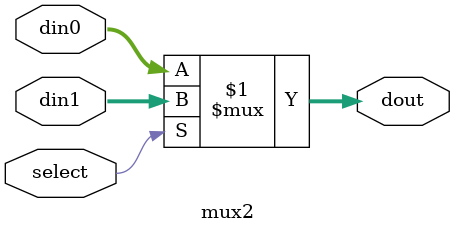
<source format=v>
`timescale 1ns / 1ps

(* DONT_TOUCH = "yes" *)
module mux2 #(
    parameter DATA_WIDTH = 32
)(
    input  [DATA_WIDTH-1:0] din0,
    input  [DATA_WIDTH-1:0] din1,
    input  select,
    output [DATA_WIDTH-1:0] dout
);

    assign dout = select ? din1 : din0;
endmodule

</source>
